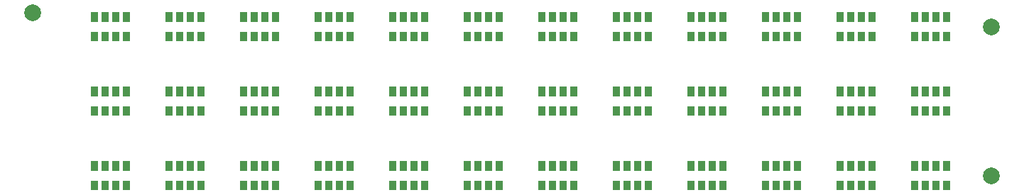
<source format=gbr>
G04 start of page 7 for group -4062 idx -4062 *
G04 Title: (unknown), soldermask *
G04 Creator: pcb 4.0.2 *
G04 CreationDate: Thu Oct 28 15:19:50 2021 UTC *
G04 For: ndholmes *
G04 Format: Gerber/RS-274X *
G04 PCB-Dimensions (mil): 4900.00 1150.00 *
G04 PCB-Coordinate-Origin: lower left *
%MOIN*%
%FSLAX25Y25*%
%LNBOTTOMMASK*%
%ADD26C,0.0001*%
%ADD25C,0.0787*%
G54D25*X16000Y99000D03*
X466000Y22500D03*
Y92500D03*
G54D26*G36*
X186718Y99418D02*X183282D01*
Y94782D01*
X186718D01*
Y99418D01*
G37*
G36*
X191718D02*X188282D01*
Y94782D01*
X191718D01*
Y99418D01*
G37*
G36*
X196718D02*X193282D01*
Y94782D01*
X196718D01*
Y99418D01*
G37*
G36*
X201718Y90218D02*X198282D01*
Y85582D01*
X201718D01*
Y90218D01*
G37*
G36*
Y99418D02*X198282D01*
Y94782D01*
X201718D01*
Y99418D01*
G37*
G36*
X196718Y90218D02*X193282D01*
Y85582D01*
X196718D01*
Y90218D01*
G37*
G36*
X191718D02*X188282D01*
Y85582D01*
X191718D01*
Y90218D01*
G37*
G36*
X186718D02*X183282D01*
Y85582D01*
X186718D01*
Y90218D01*
G37*
G36*
X221718Y99418D02*X218282D01*
Y94782D01*
X221718D01*
Y99418D01*
G37*
G36*
X226718D02*X223282D01*
Y94782D01*
X226718D01*
Y99418D01*
G37*
G36*
Y90218D02*X223282D01*
Y85582D01*
X226718D01*
Y90218D01*
G37*
G36*
X221718D02*X218282D01*
Y85582D01*
X221718D01*
Y90218D01*
G37*
G36*
X236718D02*X233282D01*
Y85582D01*
X236718D01*
Y90218D01*
G37*
G36*
X231718D02*X228282D01*
Y85582D01*
X231718D01*
Y90218D01*
G37*
G36*
Y99418D02*X228282D01*
Y94782D01*
X231718D01*
Y99418D01*
G37*
G36*
X236718D02*X233282D01*
Y94782D01*
X236718D01*
Y99418D01*
G37*
G36*
X256718D02*X253282D01*
Y94782D01*
X256718D01*
Y99418D01*
G37*
G36*
X261718D02*X258282D01*
Y94782D01*
X261718D01*
Y99418D01*
G37*
G36*
X266718D02*X263282D01*
Y94782D01*
X266718D01*
Y99418D01*
G37*
G36*
X271718Y90218D02*X268282D01*
Y85582D01*
X271718D01*
Y90218D01*
G37*
G36*
Y99418D02*X268282D01*
Y94782D01*
X271718D01*
Y99418D01*
G37*
G36*
X266718Y90218D02*X263282D01*
Y85582D01*
X266718D01*
Y90218D01*
G37*
G36*
X261718D02*X258282D01*
Y85582D01*
X261718D01*
Y90218D01*
G37*
G36*
X256718D02*X253282D01*
Y85582D01*
X256718D01*
Y90218D01*
G37*
G36*
X291718Y99418D02*X288282D01*
Y94782D01*
X291718D01*
Y99418D01*
G37*
G36*
X296718D02*X293282D01*
Y94782D01*
X296718D01*
Y99418D01*
G37*
G36*
Y90218D02*X293282D01*
Y85582D01*
X296718D01*
Y90218D01*
G37*
G36*
X291718D02*X288282D01*
Y85582D01*
X291718D01*
Y90218D01*
G37*
G36*
X306718D02*X303282D01*
Y85582D01*
X306718D01*
Y90218D01*
G37*
G36*
X301718D02*X298282D01*
Y85582D01*
X301718D01*
Y90218D01*
G37*
G36*
Y99418D02*X298282D01*
Y94782D01*
X301718D01*
Y99418D01*
G37*
G36*
X306718D02*X303282D01*
Y94782D01*
X306718D01*
Y99418D01*
G37*
G36*
X326718D02*X323282D01*
Y94782D01*
X326718D01*
Y99418D01*
G37*
G36*
X331718D02*X328282D01*
Y94782D01*
X331718D01*
Y99418D01*
G37*
G36*
X336718D02*X333282D01*
Y94782D01*
X336718D01*
Y99418D01*
G37*
G36*
X341718Y90218D02*X338282D01*
Y85582D01*
X341718D01*
Y90218D01*
G37*
G36*
Y99418D02*X338282D01*
Y94782D01*
X341718D01*
Y99418D01*
G37*
G36*
X336718Y90218D02*X333282D01*
Y85582D01*
X336718D01*
Y90218D01*
G37*
G36*
X331718D02*X328282D01*
Y85582D01*
X331718D01*
Y90218D01*
G37*
G36*
X326718D02*X323282D01*
Y85582D01*
X326718D01*
Y90218D01*
G37*
G36*
X361718Y99418D02*X358282D01*
Y94782D01*
X361718D01*
Y99418D01*
G37*
G36*
X366718D02*X363282D01*
Y94782D01*
X366718D01*
Y99418D01*
G37*
G36*
Y90218D02*X363282D01*
Y85582D01*
X366718D01*
Y90218D01*
G37*
G36*
X361718D02*X358282D01*
Y85582D01*
X361718D01*
Y90218D01*
G37*
G36*
X376718D02*X373282D01*
Y85582D01*
X376718D01*
Y90218D01*
G37*
G36*
X371718D02*X368282D01*
Y85582D01*
X371718D01*
Y90218D01*
G37*
G36*
Y99418D02*X368282D01*
Y94782D01*
X371718D01*
Y99418D01*
G37*
G36*
X376718D02*X373282D01*
Y94782D01*
X376718D01*
Y99418D01*
G37*
G36*
X396718D02*X393282D01*
Y94782D01*
X396718D01*
Y99418D01*
G37*
G36*
X401718D02*X398282D01*
Y94782D01*
X401718D01*
Y99418D01*
G37*
G36*
X406718D02*X403282D01*
Y94782D01*
X406718D01*
Y99418D01*
G37*
G36*
X411718Y90218D02*X408282D01*
Y85582D01*
X411718D01*
Y90218D01*
G37*
G36*
Y99418D02*X408282D01*
Y94782D01*
X411718D01*
Y99418D01*
G37*
G36*
X406718Y90218D02*X403282D01*
Y85582D01*
X406718D01*
Y90218D01*
G37*
G36*
X401718D02*X398282D01*
Y85582D01*
X401718D01*
Y90218D01*
G37*
G36*
X396718D02*X393282D01*
Y85582D01*
X396718D01*
Y90218D01*
G37*
G36*
X431718Y99418D02*X428282D01*
Y94782D01*
X431718D01*
Y99418D01*
G37*
G36*
X436718D02*X433282D01*
Y94782D01*
X436718D01*
Y99418D01*
G37*
G36*
Y90218D02*X433282D01*
Y85582D01*
X436718D01*
Y90218D01*
G37*
G36*
X431718D02*X428282D01*
Y85582D01*
X431718D01*
Y90218D01*
G37*
G36*
X446718D02*X443282D01*
Y85582D01*
X446718D01*
Y90218D01*
G37*
G36*
X441718D02*X438282D01*
Y85582D01*
X441718D01*
Y90218D01*
G37*
G36*
Y99418D02*X438282D01*
Y94782D01*
X441718D01*
Y99418D01*
G37*
G36*
X446718D02*X443282D01*
Y94782D01*
X446718D01*
Y99418D01*
G37*
G36*
X116718D02*X113282D01*
Y94782D01*
X116718D01*
Y99418D01*
G37*
G36*
X121718D02*X118282D01*
Y94782D01*
X121718D01*
Y99418D01*
G37*
G36*
X126718D02*X123282D01*
Y94782D01*
X126718D01*
Y99418D01*
G37*
G36*
X131718Y90218D02*X128282D01*
Y85582D01*
X131718D01*
Y90218D01*
G37*
G36*
Y99418D02*X128282D01*
Y94782D01*
X131718D01*
Y99418D01*
G37*
G36*
X126718Y90218D02*X123282D01*
Y85582D01*
X126718D01*
Y90218D01*
G37*
G36*
X121718D02*X118282D01*
Y85582D01*
X121718D01*
Y90218D01*
G37*
G36*
X116718D02*X113282D01*
Y85582D01*
X116718D01*
Y90218D01*
G37*
G36*
X151718Y99418D02*X148282D01*
Y94782D01*
X151718D01*
Y99418D01*
G37*
G36*
X156718D02*X153282D01*
Y94782D01*
X156718D01*
Y99418D01*
G37*
G36*
Y90218D02*X153282D01*
Y85582D01*
X156718D01*
Y90218D01*
G37*
G36*
X151718D02*X148282D01*
Y85582D01*
X151718D01*
Y90218D01*
G37*
G36*
X166718D02*X163282D01*
Y85582D01*
X166718D01*
Y90218D01*
G37*
G36*
X161718D02*X158282D01*
Y85582D01*
X161718D01*
Y90218D01*
G37*
G36*
Y99418D02*X158282D01*
Y94782D01*
X161718D01*
Y99418D01*
G37*
G36*
X166718D02*X163282D01*
Y94782D01*
X166718D01*
Y99418D01*
G37*
G36*
X46718D02*X43282D01*
Y94782D01*
X46718D01*
Y99418D01*
G37*
G36*
X51717D02*X48282D01*
Y94782D01*
X51717D01*
Y99418D01*
G37*
G36*
X56717D02*X53283D01*
Y94782D01*
X56717D01*
Y99418D01*
G37*
G36*
X61717D02*X58283D01*
Y94782D01*
X61717D01*
Y99418D01*
G37*
G36*
Y90218D02*X58283D01*
Y85582D01*
X61717D01*
Y90218D01*
G37*
G36*
X56717D02*X53283D01*
Y85582D01*
X56717D01*
Y90218D01*
G37*
G36*
X51717D02*X48282D01*
Y85582D01*
X51717D01*
Y90218D01*
G37*
G36*
X46718D02*X43282D01*
Y85582D01*
X46718D01*
Y90218D01*
G37*
G36*
Y64417D02*X43282D01*
Y59783D01*
X46718D01*
Y64417D01*
G37*
G36*
X51717D02*X48282D01*
Y59783D01*
X51717D01*
Y64417D01*
G37*
G36*
Y55217D02*X48282D01*
Y50582D01*
X51717D01*
Y55217D01*
G37*
G36*
X46718D02*X43282D01*
Y50582D01*
X46718D01*
Y55217D01*
G37*
G36*
X61717D02*X58283D01*
Y50582D01*
X61717D01*
Y55217D01*
G37*
G36*
X56717D02*X53283D01*
Y50582D01*
X56717D01*
Y55217D01*
G37*
G36*
Y64417D02*X53283D01*
Y59783D01*
X56717D01*
Y64417D01*
G37*
G36*
X61717D02*X58283D01*
Y59783D01*
X61717D01*
Y64417D01*
G37*
G36*
X46718Y20218D02*X43282D01*
Y15582D01*
X46718D01*
Y20218D01*
G37*
G36*
Y29418D02*X43282D01*
Y24782D01*
X46718D01*
Y29418D01*
G37*
G36*
X51717Y20218D02*X48282D01*
Y15582D01*
X51717D01*
Y20218D01*
G37*
G36*
Y29418D02*X48282D01*
Y24782D01*
X51717D01*
Y29418D01*
G37*
G36*
X61717Y20218D02*X58283D01*
Y15582D01*
X61717D01*
Y20218D01*
G37*
G36*
X56717D02*X53283D01*
Y15582D01*
X56717D01*
Y20218D01*
G37*
G36*
Y29418D02*X53283D01*
Y24782D01*
X56717D01*
Y29418D01*
G37*
G36*
X61717D02*X58283D01*
Y24782D01*
X61717D01*
Y29418D01*
G37*
G36*
X81718Y99418D02*X78282D01*
Y94782D01*
X81718D01*
Y99418D01*
G37*
G36*
X86718D02*X83282D01*
Y94782D01*
X86718D01*
Y99418D01*
G37*
G36*
Y90218D02*X83282D01*
Y85582D01*
X86718D01*
Y90218D01*
G37*
G36*
X81718D02*X78282D01*
Y85582D01*
X81718D01*
Y90218D01*
G37*
G36*
X96718D02*X93282D01*
Y85582D01*
X96718D01*
Y90218D01*
G37*
G36*
X91718D02*X88282D01*
Y85582D01*
X91718D01*
Y90218D01*
G37*
G36*
Y99418D02*X88282D01*
Y94782D01*
X91718D01*
Y99418D01*
G37*
G36*
X96718D02*X93282D01*
Y94782D01*
X96718D01*
Y99418D01*
G37*
G36*
X81718Y64417D02*X78282D01*
Y59783D01*
X81718D01*
Y64417D01*
G37*
G36*
X86718D02*X83282D01*
Y59783D01*
X86718D01*
Y64417D01*
G37*
G36*
X91718D02*X88282D01*
Y59783D01*
X91718D01*
Y64417D01*
G37*
G36*
X96718Y55217D02*X93282D01*
Y50582D01*
X96718D01*
Y55217D01*
G37*
G36*
Y64417D02*X93282D01*
Y59783D01*
X96718D01*
Y64417D01*
G37*
G36*
X91718Y55217D02*X88282D01*
Y50582D01*
X91718D01*
Y55217D01*
G37*
G36*
X86718D02*X83282D01*
Y50582D01*
X86718D01*
Y55217D01*
G37*
G36*
X81718D02*X78282D01*
Y50582D01*
X81718D01*
Y55217D01*
G37*
G36*
Y29418D02*X78282D01*
Y24782D01*
X81718D01*
Y29418D01*
G37*
G36*
X86718D02*X83282D01*
Y24782D01*
X86718D01*
Y29418D01*
G37*
G36*
Y20218D02*X83282D01*
Y15582D01*
X86718D01*
Y20218D01*
G37*
G36*
X81718D02*X78282D01*
Y15582D01*
X81718D01*
Y20218D01*
G37*
G36*
X96718D02*X93282D01*
Y15582D01*
X96718D01*
Y20218D01*
G37*
G36*
X91718D02*X88282D01*
Y15582D01*
X91718D01*
Y20218D01*
G37*
G36*
Y29418D02*X88282D01*
Y24782D01*
X91718D01*
Y29418D01*
G37*
G36*
X96718D02*X93282D01*
Y24782D01*
X96718D01*
Y29418D01*
G37*
G36*
X116718Y64417D02*X113282D01*
Y59783D01*
X116718D01*
Y64417D01*
G37*
G36*
X121718D02*X118282D01*
Y59783D01*
X121718D01*
Y64417D01*
G37*
G36*
Y55217D02*X118282D01*
Y50582D01*
X121718D01*
Y55217D01*
G37*
G36*
X116718D02*X113282D01*
Y50582D01*
X116718D01*
Y55217D01*
G37*
G36*
X131718D02*X128282D01*
Y50582D01*
X131718D01*
Y55217D01*
G37*
G36*
X126718D02*X123282D01*
Y50582D01*
X126718D01*
Y55217D01*
G37*
G36*
Y64417D02*X123282D01*
Y59783D01*
X126718D01*
Y64417D01*
G37*
G36*
X131718D02*X128282D01*
Y59783D01*
X131718D01*
Y64417D01*
G37*
G36*
X116718Y20218D02*X113282D01*
Y15582D01*
X116718D01*
Y20218D01*
G37*
G36*
Y29418D02*X113282D01*
Y24782D01*
X116718D01*
Y29418D01*
G37*
G36*
X121718Y20218D02*X118282D01*
Y15582D01*
X121718D01*
Y20218D01*
G37*
G36*
Y29418D02*X118282D01*
Y24782D01*
X121718D01*
Y29418D01*
G37*
G36*
X131718Y20218D02*X128282D01*
Y15582D01*
X131718D01*
Y20218D01*
G37*
G36*
X126718D02*X123282D01*
Y15582D01*
X126718D01*
Y20218D01*
G37*
G36*
Y29418D02*X123282D01*
Y24782D01*
X126718D01*
Y29418D01*
G37*
G36*
X131718D02*X128282D01*
Y24782D01*
X131718D01*
Y29418D01*
G37*
G36*
X151718Y64417D02*X148282D01*
Y59783D01*
X151718D01*
Y64417D01*
G37*
G36*
X156718D02*X153282D01*
Y59783D01*
X156718D01*
Y64417D01*
G37*
G36*
X161718D02*X158282D01*
Y59783D01*
X161718D01*
Y64417D01*
G37*
G36*
X166718Y55217D02*X163282D01*
Y50582D01*
X166718D01*
Y55217D01*
G37*
G36*
Y64417D02*X163282D01*
Y59783D01*
X166718D01*
Y64417D01*
G37*
G36*
X161718Y55217D02*X158282D01*
Y50582D01*
X161718D01*
Y55217D01*
G37*
G36*
X156718D02*X153282D01*
Y50582D01*
X156718D01*
Y55217D01*
G37*
G36*
X151718D02*X148282D01*
Y50582D01*
X151718D01*
Y55217D01*
G37*
G36*
Y29418D02*X148282D01*
Y24782D01*
X151718D01*
Y29418D01*
G37*
G36*
X156718D02*X153282D01*
Y24782D01*
X156718D01*
Y29418D01*
G37*
G36*
Y20218D02*X153282D01*
Y15582D01*
X156718D01*
Y20218D01*
G37*
G36*
X151718D02*X148282D01*
Y15582D01*
X151718D01*
Y20218D01*
G37*
G36*
X166718D02*X163282D01*
Y15582D01*
X166718D01*
Y20218D01*
G37*
G36*
X161718D02*X158282D01*
Y15582D01*
X161718D01*
Y20218D01*
G37*
G36*
Y29418D02*X158282D01*
Y24782D01*
X161718D01*
Y29418D01*
G37*
G36*
X166718D02*X163282D01*
Y24782D01*
X166718D01*
Y29418D01*
G37*
G36*
X186718D02*X183282D01*
Y24782D01*
X186718D01*
Y29418D01*
G37*
G36*
X191718D02*X188282D01*
Y24782D01*
X191718D01*
Y29418D01*
G37*
G36*
X196718D02*X193282D01*
Y24782D01*
X196718D01*
Y29418D01*
G37*
G36*
X201718Y20218D02*X198282D01*
Y15582D01*
X201718D01*
Y20218D01*
G37*
G36*
Y29418D02*X198282D01*
Y24782D01*
X201718D01*
Y29418D01*
G37*
G36*
X196718Y20218D02*X193282D01*
Y15582D01*
X196718D01*
Y20218D01*
G37*
G36*
X191718D02*X188282D01*
Y15582D01*
X191718D01*
Y20218D01*
G37*
G36*
X186718D02*X183282D01*
Y15582D01*
X186718D01*
Y20218D01*
G37*
G36*
Y64417D02*X183282D01*
Y59783D01*
X186718D01*
Y64417D01*
G37*
G36*
X191718D02*X188282D01*
Y59783D01*
X191718D01*
Y64417D01*
G37*
G36*
Y55217D02*X188282D01*
Y50582D01*
X191718D01*
Y55217D01*
G37*
G36*
X186718D02*X183282D01*
Y50582D01*
X186718D01*
Y55217D01*
G37*
G36*
X201718D02*X198282D01*
Y50582D01*
X201718D01*
Y55217D01*
G37*
G36*
X196718D02*X193282D01*
Y50582D01*
X196718D01*
Y55217D01*
G37*
G36*
Y64417D02*X193282D01*
Y59783D01*
X196718D01*
Y64417D01*
G37*
G36*
X201718D02*X198282D01*
Y59783D01*
X201718D01*
Y64417D01*
G37*
G36*
X221718D02*X218282D01*
Y59783D01*
X221718D01*
Y64417D01*
G37*
G36*
X226718D02*X223282D01*
Y59783D01*
X226718D01*
Y64417D01*
G37*
G36*
X231718D02*X228282D01*
Y59783D01*
X231718D01*
Y64417D01*
G37*
G36*
X236718Y55217D02*X233282D01*
Y50582D01*
X236718D01*
Y55217D01*
G37*
G36*
Y64417D02*X233282D01*
Y59783D01*
X236718D01*
Y64417D01*
G37*
G36*
X231718Y55217D02*X228282D01*
Y50582D01*
X231718D01*
Y55217D01*
G37*
G36*
X226718D02*X223282D01*
Y50582D01*
X226718D01*
Y55217D01*
G37*
G36*
X221718D02*X218282D01*
Y50582D01*
X221718D01*
Y55217D01*
G37*
G36*
X256718Y64417D02*X253282D01*
Y59783D01*
X256718D01*
Y64417D01*
G37*
G36*
X261718D02*X258282D01*
Y59783D01*
X261718D01*
Y64417D01*
G37*
G36*
Y55217D02*X258282D01*
Y50582D01*
X261718D01*
Y55217D01*
G37*
G36*
X256718D02*X253282D01*
Y50582D01*
X256718D01*
Y55217D01*
G37*
G36*
X271718D02*X268282D01*
Y50582D01*
X271718D01*
Y55217D01*
G37*
G36*
X266718D02*X263282D01*
Y50582D01*
X266718D01*
Y55217D01*
G37*
G36*
Y64417D02*X263282D01*
Y59783D01*
X266718D01*
Y64417D01*
G37*
G36*
X271718D02*X268282D01*
Y59783D01*
X271718D01*
Y64417D01*
G37*
G36*
X291718D02*X288282D01*
Y59783D01*
X291718D01*
Y64417D01*
G37*
G36*
X296718D02*X293282D01*
Y59783D01*
X296718D01*
Y64417D01*
G37*
G36*
X301718D02*X298282D01*
Y59783D01*
X301718D01*
Y64417D01*
G37*
G36*
X306718Y55217D02*X303282D01*
Y50582D01*
X306718D01*
Y55217D01*
G37*
G36*
Y64417D02*X303282D01*
Y59783D01*
X306718D01*
Y64417D01*
G37*
G36*
X301718Y55217D02*X298282D01*
Y50582D01*
X301718D01*
Y55217D01*
G37*
G36*
X296718D02*X293282D01*
Y50582D01*
X296718D01*
Y55217D01*
G37*
G36*
X291718D02*X288282D01*
Y50582D01*
X291718D01*
Y55217D01*
G37*
G36*
X326718Y64417D02*X323282D01*
Y59783D01*
X326718D01*
Y64417D01*
G37*
G36*
X331718D02*X328282D01*
Y59783D01*
X331718D01*
Y64417D01*
G37*
G36*
Y55217D02*X328282D01*
Y50582D01*
X331718D01*
Y55217D01*
G37*
G36*
X326718D02*X323282D01*
Y50582D01*
X326718D01*
Y55217D01*
G37*
G36*
X341718D02*X338282D01*
Y50582D01*
X341718D01*
Y55217D01*
G37*
G36*
X336718D02*X333282D01*
Y50582D01*
X336718D01*
Y55217D01*
G37*
G36*
Y64417D02*X333282D01*
Y59783D01*
X336718D01*
Y64417D01*
G37*
G36*
X341718D02*X338282D01*
Y59783D01*
X341718D01*
Y64417D01*
G37*
G36*
X361718D02*X358282D01*
Y59783D01*
X361718D01*
Y64417D01*
G37*
G36*
X366718D02*X363282D01*
Y59783D01*
X366718D01*
Y64417D01*
G37*
G36*
X371718D02*X368282D01*
Y59783D01*
X371718D01*
Y64417D01*
G37*
G36*
X376718Y55217D02*X373282D01*
Y50582D01*
X376718D01*
Y55217D01*
G37*
G36*
Y64417D02*X373282D01*
Y59783D01*
X376718D01*
Y64417D01*
G37*
G36*
X371718Y55217D02*X368282D01*
Y50582D01*
X371718D01*
Y55217D01*
G37*
G36*
X366718D02*X363282D01*
Y50582D01*
X366718D01*
Y55217D01*
G37*
G36*
X361718D02*X358282D01*
Y50582D01*
X361718D01*
Y55217D01*
G37*
G36*
X396718Y64417D02*X393282D01*
Y59783D01*
X396718D01*
Y64417D01*
G37*
G36*
X401718D02*X398282D01*
Y59783D01*
X401718D01*
Y64417D01*
G37*
G36*
Y55217D02*X398282D01*
Y50582D01*
X401718D01*
Y55217D01*
G37*
G36*
X396718D02*X393282D01*
Y50582D01*
X396718D01*
Y55217D01*
G37*
G36*
X411718D02*X408282D01*
Y50582D01*
X411718D01*
Y55217D01*
G37*
G36*
X406718D02*X403282D01*
Y50582D01*
X406718D01*
Y55217D01*
G37*
G36*
Y64417D02*X403282D01*
Y59783D01*
X406718D01*
Y64417D01*
G37*
G36*
X411718D02*X408282D01*
Y59783D01*
X411718D01*
Y64417D01*
G37*
G36*
X431718D02*X428282D01*
Y59783D01*
X431718D01*
Y64417D01*
G37*
G36*
X436718D02*X433282D01*
Y59783D01*
X436718D01*
Y64417D01*
G37*
G36*
X441718D02*X438282D01*
Y59783D01*
X441718D01*
Y64417D01*
G37*
G36*
X446718Y55217D02*X443282D01*
Y50582D01*
X446718D01*
Y55217D01*
G37*
G36*
Y64417D02*X443282D01*
Y59783D01*
X446718D01*
Y64417D01*
G37*
G36*
X441718Y55217D02*X438282D01*
Y50582D01*
X441718D01*
Y55217D01*
G37*
G36*
X436718D02*X433282D01*
Y50582D01*
X436718D01*
Y55217D01*
G37*
G36*
X431718D02*X428282D01*
Y50582D01*
X431718D01*
Y55217D01*
G37*
G36*
X221718Y29418D02*X218282D01*
Y24782D01*
X221718D01*
Y29418D01*
G37*
G36*
X226718D02*X223282D01*
Y24782D01*
X226718D01*
Y29418D01*
G37*
G36*
Y20218D02*X223282D01*
Y15582D01*
X226718D01*
Y20218D01*
G37*
G36*
X221718D02*X218282D01*
Y15582D01*
X221718D01*
Y20218D01*
G37*
G36*
X236718D02*X233282D01*
Y15582D01*
X236718D01*
Y20218D01*
G37*
G36*
X231718D02*X228282D01*
Y15582D01*
X231718D01*
Y20218D01*
G37*
G36*
Y29418D02*X228282D01*
Y24782D01*
X231718D01*
Y29418D01*
G37*
G36*
X236718D02*X233282D01*
Y24782D01*
X236718D01*
Y29418D01*
G37*
G36*
X256718D02*X253282D01*
Y24782D01*
X256718D01*
Y29418D01*
G37*
G36*
X261718D02*X258282D01*
Y24782D01*
X261718D01*
Y29418D01*
G37*
G36*
X266718D02*X263282D01*
Y24782D01*
X266718D01*
Y29418D01*
G37*
G36*
X271718Y20218D02*X268282D01*
Y15582D01*
X271718D01*
Y20218D01*
G37*
G36*
Y29418D02*X268282D01*
Y24782D01*
X271718D01*
Y29418D01*
G37*
G36*
X266718Y20218D02*X263282D01*
Y15582D01*
X266718D01*
Y20218D01*
G37*
G36*
X261718D02*X258282D01*
Y15582D01*
X261718D01*
Y20218D01*
G37*
G36*
X256718D02*X253282D01*
Y15582D01*
X256718D01*
Y20218D01*
G37*
G36*
X291718Y29418D02*X288282D01*
Y24782D01*
X291718D01*
Y29418D01*
G37*
G36*
X296718D02*X293282D01*
Y24782D01*
X296718D01*
Y29418D01*
G37*
G36*
Y20218D02*X293282D01*
Y15582D01*
X296718D01*
Y20218D01*
G37*
G36*
X291718D02*X288282D01*
Y15582D01*
X291718D01*
Y20218D01*
G37*
G36*
X306718D02*X303282D01*
Y15582D01*
X306718D01*
Y20218D01*
G37*
G36*
X301718D02*X298282D01*
Y15582D01*
X301718D01*
Y20218D01*
G37*
G36*
Y29418D02*X298282D01*
Y24782D01*
X301718D01*
Y29418D01*
G37*
G36*
X306718D02*X303282D01*
Y24782D01*
X306718D01*
Y29418D01*
G37*
G36*
X326718D02*X323282D01*
Y24782D01*
X326718D01*
Y29418D01*
G37*
G36*
X331718D02*X328282D01*
Y24782D01*
X331718D01*
Y29418D01*
G37*
G36*
X336718D02*X333282D01*
Y24782D01*
X336718D01*
Y29418D01*
G37*
G36*
X341718Y20218D02*X338282D01*
Y15582D01*
X341718D01*
Y20218D01*
G37*
G36*
Y29418D02*X338282D01*
Y24782D01*
X341718D01*
Y29418D01*
G37*
G36*
X336718Y20218D02*X333282D01*
Y15582D01*
X336718D01*
Y20218D01*
G37*
G36*
X331718D02*X328282D01*
Y15582D01*
X331718D01*
Y20218D01*
G37*
G36*
X326718D02*X323282D01*
Y15582D01*
X326718D01*
Y20218D01*
G37*
G36*
X361718Y29418D02*X358282D01*
Y24782D01*
X361718D01*
Y29418D01*
G37*
G36*
X366718D02*X363282D01*
Y24782D01*
X366718D01*
Y29418D01*
G37*
G36*
Y20218D02*X363282D01*
Y15582D01*
X366718D01*
Y20218D01*
G37*
G36*
X361718D02*X358282D01*
Y15582D01*
X361718D01*
Y20218D01*
G37*
G36*
X376718D02*X373282D01*
Y15582D01*
X376718D01*
Y20218D01*
G37*
G36*
X371718D02*X368282D01*
Y15582D01*
X371718D01*
Y20218D01*
G37*
G36*
Y29418D02*X368282D01*
Y24782D01*
X371718D01*
Y29418D01*
G37*
G36*
X376718D02*X373282D01*
Y24782D01*
X376718D01*
Y29418D01*
G37*
G36*
X396718D02*X393282D01*
Y24782D01*
X396718D01*
Y29418D01*
G37*
G36*
X401718D02*X398282D01*
Y24782D01*
X401718D01*
Y29418D01*
G37*
G36*
X406718D02*X403282D01*
Y24782D01*
X406718D01*
Y29418D01*
G37*
G36*
X411718Y20218D02*X408282D01*
Y15582D01*
X411718D01*
Y20218D01*
G37*
G36*
Y29418D02*X408282D01*
Y24782D01*
X411718D01*
Y29418D01*
G37*
G36*
X406718Y20218D02*X403282D01*
Y15582D01*
X406718D01*
Y20218D01*
G37*
G36*
X401718D02*X398282D01*
Y15582D01*
X401718D01*
Y20218D01*
G37*
G36*
X396718D02*X393282D01*
Y15582D01*
X396718D01*
Y20218D01*
G37*
G36*
X431718Y29418D02*X428282D01*
Y24782D01*
X431718D01*
Y29418D01*
G37*
G36*
X436718D02*X433282D01*
Y24782D01*
X436718D01*
Y29418D01*
G37*
G36*
Y20218D02*X433282D01*
Y15582D01*
X436718D01*
Y20218D01*
G37*
G36*
X431718D02*X428282D01*
Y15582D01*
X431718D01*
Y20218D01*
G37*
G36*
X446718D02*X443282D01*
Y15582D01*
X446718D01*
Y20218D01*
G37*
G36*
X441718D02*X438282D01*
Y15582D01*
X441718D01*
Y20218D01*
G37*
G36*
Y29418D02*X438282D01*
Y24782D01*
X441718D01*
Y29418D01*
G37*
G36*
X446718D02*X443282D01*
Y24782D01*
X446718D01*
Y29418D01*
G37*
M02*

</source>
